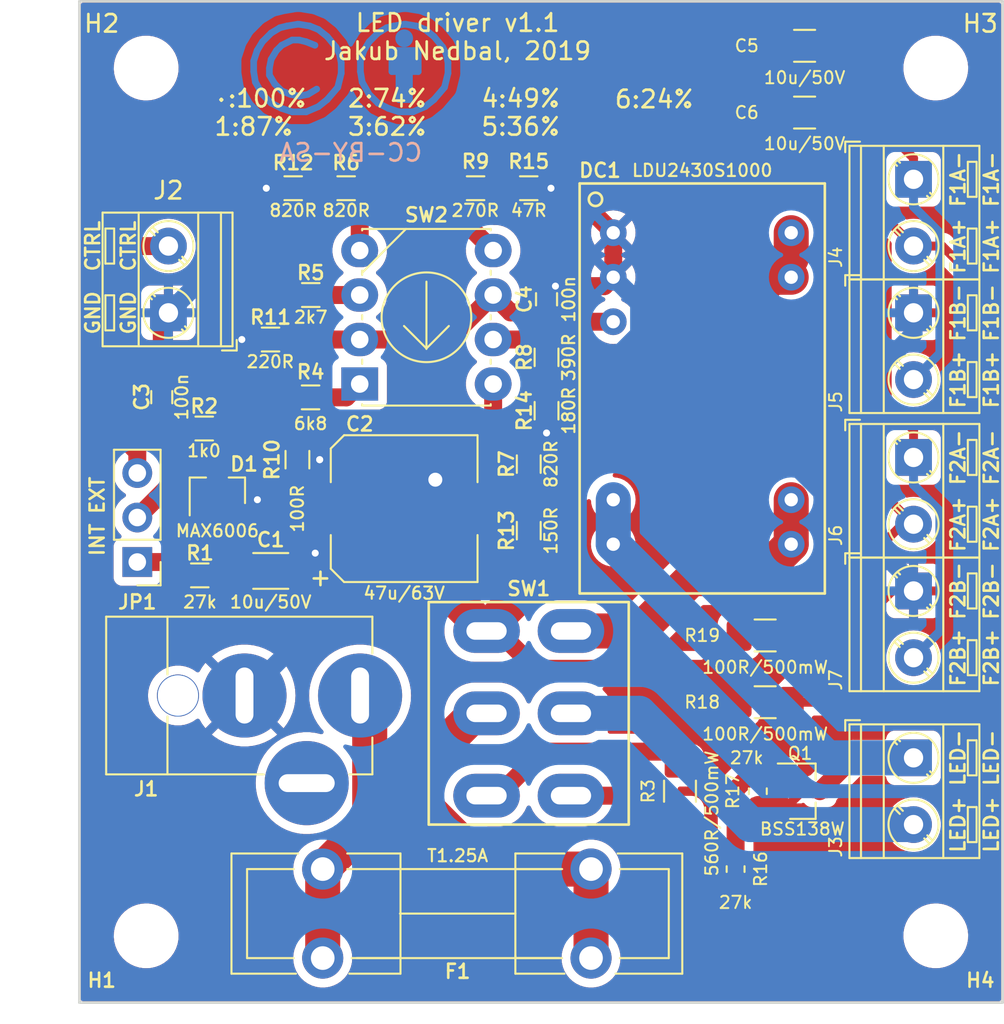
<source format=kicad_pcb>
(kicad_pcb (version 20221018) (generator pcbnew)
  (title_block (title "LED Power Regulator") (date "2019-09-13") (rev "1.1") (company "King's College London") (comment 1 "Jakub Nedbal") (comment 2 "CC-BY-SA"))
  (layers (0 "F.Cu" signal) (31 "B.Cu" signal) (34 "B.Paste" user) (35 "F.Paste" user) (36 "B.SilkS" user "B.Silkscreen") (37 "F.SilkS" user "F.Silkscreen") (38 "B.Mask" user) (39 "F.Mask" user) (44 "Edge.Cuts" user))
  (net 0 "")
  (net 1 "GND")
  (net 2 "/RefVolt")
  (net 3 "/CtrlVolt")
  (net 4 "Net-(R12-Pad2)")
  (net 5 "Net-(R13-Pad2)")
  (net 6 "Net-(R14-Pad2)")
  (net 7 "Net-(R15-Pad2)")
  (net 8 "/DriverOut")
  (net 9 "/ExtCtrl")
  (net 10 "/Vref")
  (net 11 "/TrickleOut")
  (net 12 "/1.09V")
  (net 13 "/0.93V")
  (net 14 "/0.78V")
  (net 15 "/0.62V")
  (net 16 "/0.46V")
  (net 17 "/0.30V")
  (net 18 "Net-(F1-Pad1)")
  (net 19 "Net-(J1-Pad3)")
  (net 20 "+VDC")
  (net 21 "/LEDout-")
  (net 22 "/+30V")
  (net 23 "/LEDout+")
  (net 24 "Net-(C5-Pad2)")
  (net 25 "Net-(C5-Pad1)")
  (net 26 "Net-(C6-Pad2)")
  (net 27 "Net-(C6-Pad1)")
  (net 28 "Net-(Q1-Pad1)")
  (net 29 "/+30V_TrickleSupply")
  (net 30 "Net-(R10-Pad2)")
  (net 31 "Net-(R11-Pad2)")
  (footprint "Capacitors_SMD:C_1206" (layer "F.Cu") (at 129.032 70.612)
    (fp_text reference "C1")
    (fp_text value "10u/50V")
  )
  (footprint "Capacitors_SMD:CP_Elec_8x10.5" (layer "F.Cu") (at 136.65 67.056)
    (fp_text reference "C2")
    (fp_text value "47u/63V")
  )
  (footprint "Capacitors_SMD:C_0603" (layer "F.Cu") (at 144.78 55.106 90)
    (fp_text reference "C4")
    (fp_text value "100n")
  )
  (footprint "Resistors_SMD:R_0603" (layer "F.Cu") (at 125.234 62.484 180)
    (fp_text reference "R2")
    (fp_text value "1k0")
  )
  (footprint "Resistors_SMD:R_0603" (layer "F.Cu") (at 131.306 60.706)
    (fp_text reference "R4")
    (fp_text value "6k8")
  )
  (footprint "Resistors_SMD:R_0603" (layer "F.Cu") (at 133.338 48.768)
    (fp_text reference "R6")
    (fp_text value "820R")
  )
  (footprint "Resistors_SMD:R_0603" (layer "F.Cu") (at 143.764 64.516 90)
    (fp_text reference "R7")
    (fp_text value "820R")
  )
  (footprint "Resistors_SMD:R_0603" (layer "F.Cu") (at 130.556 64.262 90)
    (fp_text reference "R10")
    (fp_text value "100R")
  )
  (footprint "Resistors_SMD:R_0603" (layer "F.Cu") (at 129.02 57.404)
    (fp_text reference "R11")
    (fp_text value "220R")
  )
  (footprint "Resistors_SMD:R_0603" (layer "F.Cu") (at 130.314 48.768)
    (fp_text reference "R12")
    (fp_text value "820R")
  )
  (footprint "Resistors_SMD:R_0603" (layer "F.Cu") (at 144.78 61.468 90)
    (fp_text reference "R14")
    (fp_text value "180R")
  )
  (footprint "Resistors_SMD:R_0603" (layer "F.Cu") (at 143.764 48.768 180)
    (fp_text reference "R15")
    (fp_text value "47R")
  )
  (footprint "Pin_Headers:Pin_Header_Straight_1x03_Pitch2.54mm" (layer "F.Cu") (at 121.412 70.104 180)
    (fp_text reference "JP1")
    (fp_text value "Jumper_3_Bridged12")
  )
  (footprint "jakub:switchDPDT" (layer "F.Cu") (at 143.764 78.74)
    (fp_text reference "SW1")
    (fp_text value "DPDT Switch")
  )
  (footprint "jakub:Nidec_Copal_SS-10-16" (layer "F.Cu") (at 134.112 52.324)
    (fp_text reference "SW2")
    (fp_text value "6pos rotary")
  )
  (footprint "Resistors_SMD:R_0603" (layer "F.Cu") (at 124.98 70.866 180)
    (fp_text reference "R1")
    (fp_text value "27k")
  )
  (footprint "Resistors_SMD:R_0603" (layer "F.Cu") (at 131.318 54.864)
    (fp_text reference "R5")
    (fp_text value "2k7")
  )
  (footprint "Resistors_SMD:R_0603" (layer "F.Cu") (at 144.78 58.42 90)
    (fp_text reference "R8")
    (fp_text value "390R")
  )
  (footprint "Resistors_SMD:R_0603" (layer "F.Cu") (at 140.728 48.768 180)
    (fp_text reference "R9")
    (fp_text value "270R")
  )
  (footprint "Resistors_SMD:R_0603" (layer "F.Cu") (at 143.764 68.314 90)
    (fp_text reference "R13")
    (fp_text value "150R")
  )
  (footprint "Fuse_Holders_and_Fuses:Fuseholder5x20_horiz_open_lateral_Type-II" (layer "F.Cu") (at 147.32 92.71 180)
    (fp_text reference "F1")
    (fp_text value "T1.25A")
  )
  (footprint "Mounting_Holes:MountingHole_3.2mm_M3" (layer "F.Cu") (at 121.92 91.44)
    (fp_text reference "H1")
    (fp_text value "⌀3.2mm")
  )
  (footprint "Mounting_Holes:MountingHole_3.2mm_M3" (layer "F.Cu") (at 167.005 41.91)
    (fp_text reference "H3")
    (fp_text value "⌀3.2mm")
  )
  (footprint "jakub:2.1mmBarrelJack" (layer "F.Cu") (at 119.634 77.724)
    (fp_text reference "J1")
    (fp_text value "2.1mm DC jack")
  )
  (footprint "TO_SOT_Packages_SMD:SOT-23" (layer "F.Cu") (at 125.984 66.04 90)
    (fp_text reference "D1")
    (fp_text value "MAX6006")
  )
  (footprint "jakub:XPPOWER_LDU24" (layer "F.Cu") (at 148.59 51.308 -90)
    (fp_text reference "DC1")
    (fp_text value "LDU2430S1000")
  )
  (footprint "Capacitors_SMD:C_0603" (layer "F.Cu") (at 122.809 60.694 90)
    (fp_text reference "C3")
    (fp_text value "100n")
  )
  (footprint "Mounting_Holes:MountingHole_3.2mm_M3" (layer "F.Cu") (at 121.92 41.91)
    (fp_text reference "H2")
    (fp_text value "⌀3.2mm")
  )
  (footprint "TerminalBlock_MetzConnect:TerminalBlock_MetzConnect_Type086_RT03402HBLC_1x02_P3.81mm_Horizontal" (layer "F.Cu") (at 123.19 55.88 90)
    (fp_text reference "J2")
    (fp_text value "2way Screw Terminal")
  )
  (footprint "TerminalBlock_MetzConnect:TerminalBlock_MetzConnect_Type086_RT03402HBLC_1x02_P3.81mm_Horizontal" (layer "F.Cu") (at 165.735 48.26 -90)
    (fp_text reference "J4")
    (fp_text value "2way Screw Terminal")
  )
  (footprint "TerminalBlock_MetzConnect:TerminalBlock_MetzConnect_Type086_RT03402HBLC_1x02_P3.81mm_Horizontal" (layer "F.Cu") (at 165.735 64.135 -90)
    (fp_text reference "J6")
    (fp_text value "2way Screw Terminal")
  )
  (footprint "TerminalBlock_MetzConnect:TerminalBlock_MetzConnect_Type086_RT03402HBLC_1x02_P3.81mm_Horizontal" (layer "F.Cu") (at 165.735 71.755 -90)
    (fp_text reference "J7")
    (fp_text value "2way Screw Terminal")
  )
  (footprint "Resistor_SMD:R_1206_3216Metric_Pad1.42x1.75mm_HandSolder" (layer "F.Cu") (at 157.2625 78.105)
    (fp_text reference "R18")
    (fp_text value "100R/500mW")
  )
  (footprint "Resistor_SMD:R_1206_3216Metric_Pad1.42x1.75mm_HandSolder" (layer "F.Cu") (at 157.2625 74.295)
    (fp_text reference "R19")
    (fp_text value "100R/500mW")
  )
  (footprint "Resistor_SMD:R_1206_3216Metric_Pad1.42x1.75mm_HandSolder" (layer "F.Cu") (at 152.4 83.185 90)
    (fp_text reference "R3")
    (fp_text value "560R/500mW")
  )
  (footprint "TerminalBlock_MetzConnect:TerminalBlock_MetzConnect_Type086_RT03402HBLC_1x02_P3.81mm_Horizontal" (layer "F.Cu") (at 165.735 81.28 -90)
    (fp_text reference "J3")
    (fp_text value "2way Screw Terminal")
  )
  (footprint "TerminalBlock_MetzConnect:TerminalBlock_MetzConnect_Type086_RT03402HBLC_1x02_P3.81mm_Horizontal" (layer "F.Cu") (at 165.735 55.88 -90)
    (fp_text reference "J5")
    (fp_text value "2way Screw Terminal")
  )
  (footprint "Capacitor_SMD:C_1206_3216Metric" (layer "F.Cu") (at 159.515 40.64)
    (fp_text reference "C5")
    (fp_text value "10u/50V")
  )
  (footprint "Resistor_SMD:R_0603_1608Metric" (layer "F.Cu") (at 155.575 87.63 -90)
    (fp_text reference "R16")
    (fp_text value "27k")
  )
  (footprint "Mounting_Holes:MountingHole_3.2mm_M3" (layer "F.Cu") (at 167.005 91.44)
    (fp_text reference "H4")
    (fp_text value "⌀3.2mm")
  )
  (footprint "Resistor_SMD:R_0603_1608Metric" (layer "F.Cu") (at 156.845 83.185 90)
    (fp_text reference "R17")
    (fp_text value "27k")
  )
  (footprint "Package_TO_SOT_SMD:SOT-23" (layer "F.Cu") (at 159.385 83.185)
    (fp_text reference "Q1")
    (fp_text value "BSS138W")
  )
  (footprint "Capacitor_SMD:C_1206_3216Metric" (layer "F.Cu") (at 159.515 44.45)
    (fp_text reference "C6")
    (fp_text value "10u/50V")
  )
  (footprint "Symbol:Symbol_CC-ShareAlike_CopperTop_Small" (layer "B.Cu") (at 130.556 41.91 180)
    (fp_text reference "REF**" hide)
    (fp_text value "Symbol_CC-ShareAlike_CopperTop_Small" hide)
  )
  (footprint "Symbol:Symbol_CC-Attribution_CopperTop_Small" (layer "B.Cu") (at 136.652 41.91 180)
    (fp_text reference "REF**" hide)
    (fp_text value "Symbol_CC-Attribution_CopperTop_Small" hide)
  )
  (gr_line (start 170.815 95.25) (end 170.815 38.1) (stroke (width 0.15)) (layer "Edge.Cuts"))
  (gr_line (start 118.11 95.25) (end 170.815 95.25) (stroke (width 0.15)) (layer "Edge.Cuts"))
  (gr_line (start 170.815 38.1) (end 118.11 38.1) (stroke (width 0.15)) (layer "Edge.Cuts"))
  (gr_line (start 118.11 38.1) (end 118.11 95.25) (stroke (width 0.15)) (layer "Edge.Cuts"))
  (gr_text "CC-BY-SA" (at 133.604 46.736) (layer "B.SilkS") (effects (font (size 1 1)) (justify mirror)))
  (gr_text "LED+" (at 168.275 85.09 90) (layer "F.SilkS") (effects (font (size 0.8 0.8))))
  (gr_text "CTRL" (at 120.904 52.07 90) (layer "F.SilkS") (effects (font (size 0.8 0.8))))
  (gr_text "EXT" (at 119.126 66.294 90) (layer "F.SilkS") (effects (font (size 0.8 0.8))))
  (gr_text "6:24%" (at 148.59 43.688) (layer "F.SilkS") (effects (font (size 1 1)) (justify left)))
  (gr_text "GND" (at 118.872 55.88 90) (layer "F.SilkS") (effects (font (size 0.8 0.8))))
  (gr_text "CTRL" (at 118.872 52.07 90) (layer "F.SilkS") (effects (font (size 0.8 0.8))))
  (gr_text "LED-" (at 170.18 81.28 90) (layer "F.SilkS") (effects (font (size 0.8 0.8))))
  (gr_text "LED+" (at 170.18 85.09 90) (layer "F.SilkS") (effects (font (size 0.8 0.8))))
  (gr_text "LED driver v1.1\nJakub Nedbal, 2019" (at 139.7 40.132) (layer "F.SilkS") (effects (font (size 1 1))))
  (gr_text "F2B+" (at 168.275 75.565 90) (layer "F.SilkS") (effects (font (size 0.8 0.8))))
  (gr_text "F2B-" (at 168.275 71.755 90) (layer "F.SilkS") (effects (font (size 0.8 0.8))))
  (gr_text "F2B+" (at 170.18 75.565 90) (layer "F.SilkS") (effects (font (size 0.8 0.8))))
  (gr_text "F2B-" (at 170.18 71.755 90) (layer "F.SilkS") (effects (font (size 0.8 0.8))))
  (gr_text "F2A-" (at 168.275 64.135 90) (layer "F.SilkS") (effects (font (size 0.8 0.8))))
  (gr_text "F2A+" (at 168.275 67.945 90) (layer "F.SilkS") (effects (font (size 0.8 0.8))))
  (gr_text "F2A-" (at 170.18 64.135 90) (layer "F.SilkS") (effects (font (size 0.8 0.8))))
  (gr_text "F2A+" (at 170.18 67.945 90) (layer "F.SilkS") (effects (font (size 0.8 0.8))))
  (gr_text "F1B+" (at 168.275 59.69 90) (layer "F.SilkS") (effects (font (size 0.8 0.8))))
  (gr_text "F1A+" (at 168.275 52.07 90) (layer "F.SilkS") (effects (font (size 0.8 0.8))))
  (gr_text "F1B+" (at 170.18 59.69 90) (layer "F.SilkS") (effects (font (size 0.8 0.8))))
  (gr_text "F1A+" (at 170.18 52.07 90) (layer "F.SilkS") (effects (font (size 0.8 0.8))))
  (gr_text "F1A-" (at 168.275 48.26 90) (layer "F.SilkS") (effects (font (size 0.8 0.8))))
  (gr_text "F1B-" (at 168.275 55.88 90) (layer "F.SilkS") (effects (font (size 0.8 0.8))))
  (gr_text "F1A-" (at 170.18 48.26 90) (layer "F.SilkS") (effects (font (size 0.8 0.8))))
  (gr_text "F1B-" (at 170.18 55.88 90) (layer "F.SilkS") (effects (font (size 0.8 0.8))))
  (gr_text "GND" (at 120.904 55.88 90) (layer "F.SilkS") (effects (font (size 0.8 0.8))))
  (gr_text "INT" (at 119.126 68.834 90) (layer "F.SilkS") (effects (font (size 0.8 0.8))))
  (gr_text "·:100%\n1:87%" (at 125.73 44.45) (layer "F.SilkS") (effects (font (size 1 1)) (justify left)))
  (gr_text "LED-" (at 168.275 81.28 90) (layer "F.SilkS") (effects (font (size 0.8 0.8))))
  (gr_text "4:49%\n5:36%" (at 140.97 44.45) (layer "F.SilkS") (effects (font (size 1 1)) (justify left)))
  (gr_text "2:74%\n3:62%" (at 133.35 44.45) (layer "F.SilkS") (effects (font (size 1 1)) (justify left)))
  (segment (start 159.385 81.567798) (end 157.48 79.662798) (width 0.508) (layer "F.Cu") (net 1))
  (segment (start 128.27 57.404) (end 127.381 57.404) (width 1.024) (layer "F.Cu") (net 1))
  (segment (start 141.708 69.064) (end 143.764 69.064) (width 1.024) (layer "F.Cu") (net 1))
  (segment (start 144.514 48.768) (end 145.034 48.768) (width 1.024) (layer "F.Cu") (net 1))
  (segment (start 157.48 77.291878) (end 159.147868 75.62401) (width 0.508) (layer "F.Cu") (net 1))
  (segment (start 148.59 51.308) (end 148.59 53.848) (width 1.024) (layer "F.Cu") (net 1))
  (segment (start 158.435 84.135) (end 159.385 83.185) (width 0.508) (layer "F.Cu") (net 1))
  (segment (start 130.762 70.406) (end 131.572 69.596) (width 1.024) (layer "F.Cu") (net 1))
  (segment (start 159.385 83.185) (end 159.385 81.567798) (width 0.508) (layer "F.Cu") (net 1))
  (segment (start 158.385 84.135) (end 158.435 84.135) (width 0.508) (layer "F.Cu") (net 1))
  (segment (start 145.288 54.356) (end 148.082 54.356) (width 1.024) (layer "F.Cu") (net 1))
  (segment (start 144.78 54.356) (end 145.288 54.356) (width 1.024) (layer "F.Cu") (net 1))
  (segment (start 148.082 54.356) (end 148.59 53.848) (width 1.024) (layer "F.Cu") (net 1))
  (segment (start 145.034 48.768) (end 146.05 48.768) (width 1.024) (layer "F.Cu") (net 1))
  (segment (start 127.778 67.04) (end 128.27 66.548) (width 1.024) (layer "F.Cu") (net 1))
  (segment (start 146.05 48.768) (end 148.59 51.308) (width 1.024) (layer "F.Cu") (net 1))
  (segment (start 122.809 59.944) (end 122.809 56.261) (width 1.024) (layer "F.Cu") (net 1))
  (segment (start 164.527 71.755) (end 165.735 71.755) (width 0.508) (layer "F.Cu") (net 1))
  (segment (start 122.809 56.261) (end 123.19 55.88) (width 1.024) (layer "F.Cu") (net 1))
  (segment (start 141.097 68.453) (end 141.708 69.064) (width 1.024) (layer "F.Cu") (net 1))
  (segment (start 138.43 65.405) (end 138.43 65.786) (width 1.024) (layer "F.Cu") (net 1))
  (segment (start 139.7 67.056) (end 141.097 68.453) (width 1.024) (layer "F.Cu") (net 1))
  (segment (start 158.2225 83.9725) (end 158.385 84.135) (width 1.024) (layer "F.Cu") (net 1))
  (segment (start 156.845 83.9725) (end 158.2225 83.9725) (width 1.024) (layer "F.Cu") (net 1))
  (segment (start 138.43 65.786) (end 139.7 67.056) (width 1.024) (layer "F.Cu") (net 1))
  (segment (start 144.78 62.218) (end 144.78 62.738) (width 1.024) (layer "F.Cu") (net 1))
  (segment (start 129.564 48.768) (end 128.778 48.768) (width 1.024) (layer "F.Cu") (net 1))
  (segment (start 130.556 65.012) (end 131.076 65.012) (width 1.024) (layer "F.Cu") (net 1))
  (segment (start 126.934 67.04) (end 127.778 67.04) (width 1.024) (layer "F.Cu") (net 1))
  (segment (start 131.076 65.012) (end 131.826 64.262) (width 1.024) (layer "F.Cu") (net 1))
  (segment (start 160.65799 75.62401) (end 164.527 71.755) (width 0.508) (layer "F.Cu") (net 1))
  (segment (start 157.48 79.662798) (end 157.48 77.291878) (width 0.508) (layer "F.Cu") (net 1))
  (segment (start 159.147868 75.62401) (end 160.65799 75.62401) (width 0.508) (layer "F.Cu") (net 1))
  (via (at 145.288 54.356) (size 0.8) (drill 0.4) (layers "F.Cu" "B.Cu") (net 1))
  (via (at 138.43 65.405) (size 1.2) (drill 0.8) (layers "F.Cu" "B.Cu") (net 1))
  (via (at 131.826 64.262) (size 0.8) (drill 0.4) (layers "F.Cu" "B.Cu") (net 1))
  (via (at 127.381 57.404) (size 0.8) (drill 0.4) (layers "F.Cu" "B.Cu") (net 1))
  (via (at 131.572 69.596) (size 0.8) (drill 0.4) (layers "F.Cu" "B.Cu") (net 1))
  (via (at 128.778 48.768) (size 0.8) (drill 0.4) (layers "F.Cu" "B.Cu") (net 1))
  (via (at 128.27 66.548) (size 0.8) (drill 0.4) (layers "F.Cu" "B.Cu") (net 1))
  (via (at 144.78 62.738) (size 0.8) (drill 0.4) (layers "F.Cu" "B.Cu") (net 1))
  (via (at 131.826 64.262) (size 0.8) (drill 0.4) (layers "F.Cu" "B.Cu") (net 1))
  (via (at 145.034 48.768) (size 0.8) (drill 0.4) (layers "F.Cu" "B.Cu") (net 1))
  (segment (start 131.826 64.262) (end 136.652 64.262) (width 1.024) (layer "B.Cu") (net 1))
  (segment (start 128.778 50.292) (end 128.778 48.768) (width 1.024) (layer "B.Cu") (net 1))
  (segment (start 150.064001 55.322001) (end 149.351999 54.609999) (width 1.024) (layer "B.Cu") (net 1))
  (segment (start 165.735 71.351478) (end 158.645522 64.262) (width 1.024) (layer "B.Cu") (net 1))
  (segment (start 127.381 60.325) (end 131.572 64.516) (width 1.024) (layer "B.Cu") (net 1))
  (segment (start 146.304 64.262) (end 146.304 60.855522) (width 1.024) (layer "B.Cu") (net 1))
  (segment (start 165.735 71.755) (end 165.735 71.351478) (width 1.024) (layer "B.Cu") (net 1))
  (segment (start 136.652 64.262) (end 137.287 64.262) (width 1.024) (layer "B.Cu") (net 1))
  (segment (start 158.645522 64.262) (end 146.304 64.262) (width 1.024) (layer "B.Cu") (net 1))
  (segment (start 165.735 55.88) (end 165.735 57.082238) (width 1.024) (layer "B.Cu") (net 1))
  (segment (start 149.351999 54.609999) (end 148.59 53.848) (width 1.024) (layer "B.Cu") (net 1))
  (segment (start 127.381 57.404) (end 127.381 51.816) (width 1.024) (layer "B.Cu") (net 1))
  (segment (start 128.27 66.548) (end 129.54 66.548) (width 1.024) (layer "B.Cu") (net 1))
  (segment (start 144.78 63.754) (end 145.288 64.262) (width 1.024) (layer "B.Cu") (net 1))
  (segment (start 136.652 64.262) (end 145.288 64.262) (width 1.024) (layer "B.Cu") (net 1))
  (segment (start 127.381 57.404) (end 127.381 60.325) (width 1.024) (layer "B.Cu") (net 1))
  (segment (start 150.064001 57.095521) (end 150.064001 55.322001) (width 1.024) (layer "B.Cu") (net 1))
  (segment (start 165.735 57.082238) (end 158.645522 64.171716) (width 1.024) (layer "B.Cu") (net 1))
  (segment (start 127.3175 51.7525) (end 128.778 50.292) (width 1.024) (layer "B.Cu") (net 1))
  (segment (start 123.19 55.88) (end 127.3175 51.7525) (width 1.024) (layer "B.Cu") (net 1))
  (segment (start 127.381 51.816) (end 127.3175 51.7525) (width 1.024) (layer "B.Cu") (net 1))
  (segment (start 131.572 64.516) (end 131.826 64.262) (width 1.024) (layer "B.Cu") (net 1))
  (segment (start 129.54 66.548) (end 131.826 64.262) (width 1.024) (layer "B.Cu") (net 1))
  (segment (start 146.304 60.855522) (end 150.064001 57.095521) (width 1.024) (layer "B.Cu") (net 1))
  (segment (start 158.645522 64.171716) (end 158.645522 64.262) (width 1.024) (layer "B.Cu") (net 1))
  (segment (start 131.572 69.596) (end 131.572 73.686) (width 1.024) (layer "B.Cu") (net 1))
  (segment (start 131.572 73.686) (end 127.534 77.724) (width 1.024) (layer "B.Cu") (net 1))
  (segment (start 145.288 64.262) (end 146.304 64.262) (width 1.024) (layer "B.Cu") (net 1))
  (segment (start 144.78 62.738) (end 144.78 63.754) (width 1.024) (layer "B.Cu") (net 1))
  (segment (start 131.572 69.596) (end 131.572 64.516) (width 1.024) (layer "B.Cu") (net 1))
  (segment (start 137.287 64.262) (end 138.43 65.405) (width 1.024) (layer "B.Cu") (net 1))
  (segment (start 124.484 64.492) (end 124.484 62.484) (width 1.024) (layer "F.Cu") (net 2))
  (segment (start 121.412 67.564) (end 124.484 64.492) (width 1.024) (layer "F.Cu") (net 2))
  (segment (start 123.444 61.444) (end 124.484 62.484) (width 1.024) (layer "F.Cu") (net 2))
  (segment (start 122.809 61.444) (end 123.444 61.444) (width 1.024) (layer "F.Cu") (net 2))
  (segment (start 125.984 62.484) (end 125.984 62.284) (width 1.024) (layer "F.Cu") (net 3))
  (segment (start 139.192 57.404) (end 141.732 54.864) (width 1.024) (layer "F.Cu") (net 3))
  (segment (start 134.112 57.404) (end 139.192 57.404) (width 1.024) (layer "F.Cu") (net 3))
  (segment (start 125.984 62.284) (end 129.101999 59.166001) (width 1.024) (layer "F.Cu") (net 3))
  (segment (start 142.724 55.856) (end 141.732 54.864) (width 1.024) (layer "F.Cu") (net 3))
  (segment (start 132.038 57.404) (end 134.112 57.404) (width 1.024) (layer "F.Cu") (net 3))
  (segment (start 130.275999 59.166001) (end 132.038 57.404) (width 1.024) (layer "F.Cu") (net 3))
  (segment (start 129.101999 59.166001) (end 130.275999 59.166001) (width 1.024) (layer "F.Cu") (net 3))
  (segment (start 145.312 56.388) (end 144.78 55.856) (width 1.024) (layer "F.Cu") (net 3))
  (segment (start 148.59 56.388) (end 145.312 56.388) (width 1.024) (layer "F.Cu") (net 3))
  (segment (start 144.78 55.856) (end 142.724 55.856) (width 1.024) (layer "F.Cu") (net 3))
  (segment (start 132.588 48.768) (end 131.064 48.768) (width 1.024) (layer "F.Cu") (net 4))
  (segment (start 143.764 67.564) (end 143.764 65.266) (width 1.024) (layer "F.Cu") (net 5))
  (segment (start 144.78 59.17) (end 144.78 60.718) (width 1.024) (layer "F.Cu") (net 6))
  (segment (start 143.014 48.768) (end 141.478 48.768) (width 1.024) (layer "F.Cu") (net 7))
  (segment (start 158.75 66.548) (end 158.75 69.088) (width 2) (layer "F.Cu") (net 8))
  (segment (start 153.063999 71.050001) (end 150.074 74.04) (width 2) (layer "F.Cu") (net 8))
  (segment (start 150.074 74.04) (end 146.174 74.04) (width 2) (layer "F.Cu") (net 8))
  (segment (start 156.787999 71.050001) (end 153.063999 71.050001) (width 2) (layer "F.Cu") (net 8))
  (segment (start 158.75 69.088) (end 156.787999 71.050001) (width 2) (layer "F.Cu") (net 8))
  (segment (start 121.412 63.821919) (end 120.565999 62.975918) (width 1.024) (layer "F.Cu") (net 9))
  (segment (start 120.565999 62.975918) (end 120.565999 53.255999) (width 1.024) (layer "F.Cu") (net 9))
  (segment (start 121.466 52.07) (end 120.565999 52.970001) (width 1.024) (layer "F.Cu") (net 9))
  (segment (start 121.412 65.024) (end 121.412 63.821919) (width 1.024) (layer "F.Cu") (net 9))
  (segment (start 123.19 52.07) (end 121.466 52.07) (width 1.024) (layer "F.Cu") (net 9))
  (segment (start 120.565999 52.970001) (end 120.565999 53.255999) (width 1.024) (layer "F.Cu") (net 9))
  (segment (start 125.034 67.04) (end 125.034 68.514) (width 1.024) (layer "F.Cu") (net 10))
  (segment (start 121.412 70.104) (end 123.468 70.104) (width 1.024) (layer "F.Cu") (net 10))
  (segment (start 123.468 70.104) (end 124.23 70.866) (width 1.024) (layer "F.Cu") (net 10))
  (segment (start 123.468 70.08) (end 123.468 70.104) (width 1.024) (layer "F.Cu") (net 10))
  (segment (start 125.034 68.514) (end 123.468 70.08) (width 1.024) (layer "F.Cu") (net 10))
  (segment (start 146.174 83.44) (end 151.1675 83.44) (width 1.024) (layer "F.Cu") (net 11))
  (segment (start 151.1675 83.44) (end 152.4 84.6725) (width 1.024) (layer "F.Cu") (net 11))
  (segment (start 152.4 85.8175) (end 155 88.4175) (width 1.024) (layer "F.Cu") (net 11))
  (segment (start 155 88.4175) (end 155.575 88.4175) (width 1.024) (layer "F.Cu") (net 11))
  (segment (start 152.4 84.6725) (end 152.4 85.8175) (width 1.024) (layer "F.Cu") (net 11))
  (segment (start 132.056 60.706) (end 133.35 60.706) (width 1.024) (layer "F.Cu") (net 12))
  (segment (start 133.35 60.706) (end 134.112 59.944) (width 1.024) (layer "F.Cu") (net 12))
  (segment (start 132.068 54.864) (end 134.112 54.864) (width 1.024) (layer "F.Cu") (net 13))
  (segment (start 134.112 48.792) (end 134.088 48.768) (width 1.024) (layer "F.Cu") (net 14))
  (segment (start 134.112 52.324) (end 134.112 48.792) (width 1.024) (layer "F.Cu") (net 14))
  (segment (start 141.732 59.944) (end 141.732 61.734) (width 1.024) (layer "F.Cu") (net 15))
  (segment (start 141.732 61.734) (end 143.764 63.766) (width 1.024) (layer "F.Cu") (net 15))
  (segment (start 141.732 57.404) (end 144.514 57.404) (width 1.024) (layer "F.Cu") (net 16))
  (segment (start 144.514 57.404) (end 144.78 57.67) (width 1.024) (layer "F.Cu") (net 16))
  (segment (start 139.978 50.57) (end 141.732 52.324) (width 1.024) (layer "F.Cu") (net 17))
  (segment (start 139.978 48.768) (end 139.978 50.57) (width 1.024) (layer "F.Cu") (net 17))
  (segment (start 141.354 78.74) (end 140.704 78.74) (width 2) (layer "F.Cu") (net 18))
  (segment (start 140.704 78.74) (end 137.454 81.99) (width 2) (layer "F.Cu") (net 18))
  (segment (start 145.6583 87.63) (end 147.32 87.63) (width 2) (layer "F.Cu") (net 18))
  (segment (start 137.454 81.99) (end 137.454 83.654837) (width 2) (layer "F.Cu") (net 18))
  (segment (start 137.454 83.654837) (end 141.429163 87.63) (width 2) (layer "F.Cu") (net 18))
  (segment (start 141.429163 87.63) (end 145.6583 87.63) (width 2) (layer "F.Cu") (net 18))
  (segment (start 141.354 78.74) (end 140.97 78.74) (width 2) (layer "F.Cu") (net 18))
  (segment (start 147.32 92.71) (end 147.32 87.63) (width 2) (layer "F.Cu") (net 18))
  (segment (start 146.627999 64.892371) (end 157.67237 53.848) (width 2) (layer "F.Cu") (net 20))
  (segment (start 142.004 74.04) (end 144.164 76.2) (width 1.024) (layer "F.Cu") (net 20))
  (segment (start 133.6 67.056) (end 131.088 67.056) (width 2) (layer "F.Cu") (net 20))
  (segment (start 157.67237 53.848) (end 158.75 53.848) (width 2) (layer "F.Cu") (net 20))
  (segment (start 127.278 70.866) (end 127.532 70.612) (width 1.024) (layer "F.Cu") (net 20))
  (segment (start 133.6 67.056) (end 134.37 67.056) (width 2) (layer "F.Cu") (net 20))
  (segment (start 144.164 76.2) (end 153.87 76.2) (width 1.024) (layer "F.Cu") (net 20))
  (segment (start 158.75 52.77037) (end 157.67237 53.848) (width 2) (layer "F.Cu") (net 20))
  (segment (start 141.354 74.04) (end 142.004 74.04) (width 2) (layer "F.Cu") (net 20))
  (segment (start 134.37 67.056) (end 141.354 74.04) (width 2) (layer "F.Cu") (net 20))
  (segment (start 131.088 67.056) (end 127.532 70.612) (width 2) (layer "F.Cu") (net 20))
  (segment (start 158.75 51.308) (end 158.75 52.77037) (width 2) (layer "F.Cu") (net 20))
  (segment (start 125.73 70.866) (end 127.278 70.866) (width 1.024) (layer "F.Cu") (net 20))
  (segment (start 145.47601 69.773137) (end 145.47601 66.04436) (width 2) (layer "F.Cu") (net 20))
  (segment (start 141.354 74.04) (end 141.354 73.895147) (width 2) (layer "F.Cu") (net 20))
  (segment (start 153.87 76.2) (end 155.775 78.105) (width 1.024) (layer "F.Cu") (net 20))
  (segment (start 153.87 76.2) (end 155.775 74.295) (width 1.024) (layer "F.Cu") (net 20))
  (segment (start 141.354 73.895147) (end 145.47601 69.773137) (width 2) (layer "F.Cu") (net 20))
  (segment (start 145.47601 66.04436) (end 146.627999 64.892371) (width 2) (layer "F.Cu") (net 20))
  (segment (start 162.29 81.28) (end 160.385 83.185) (width 1.024) (layer "F.Cu") (net 21))
  (segment (start 165.735 81.28) (end 162.29 81.28) (width 1.024) (layer "F.Cu") (net 21))
  (segment (start 160.782 81.28) (end 148.59 69.088) (width 2) (layer "B.Cu") (net 21))
  (segment (start 165.735 81.28) (end 160.782 81.28) (width 2) (layer "B.Cu") (net 21))
  (segment (start 148.59 66.548) (end 148.59 69.088) (width 2) (layer "B.Cu") (net 21))
  (segment (start 134.684001 78.274001) (end 134.684001 84.945999) (width 2) (layer "F.Cu") (net 22))
  (segment (start 132 92.71) (end 132 87.63) (width 2) (layer "F.Cu") (net 22))
  (segment (start 134.684001 84.945999) (end 133.174999 86.455001) (width 2) (layer "F.Cu") (net 22))
  (segment (start 134.134 77.724) (end 134.684001 78.274001) (width 2) (layer "F.Cu") (net 22))
  (segment (start 133.174999 86.455001) (end 132 87.63) (width 2) (layer "F.Cu") (net 22))
  (segment (start 156.424 85.09) (end 150.074 78.74) (width 2) (layer "B.Cu") (net 23))
  (segment (start 146.174 78.74) (end 150.074 78.74) (width 2) (layer "B.Cu") (net 23))
  (segment (start 165.735 85.09) (end 156.424 85.09) (width 2) (layer "B.Cu") (net 23))
  (segment (start 163.195 44.45) (end 163.164 44.481) (width 0.508) (layer "F.Cu") (net 24))
  (segment (start 163.195 42.92) (end 163.195 44.45) (width 0.508) (layer "F.Cu") (net 24))
  (segment (start 160.915 40.64) (end 163.195 42.92) (width 0.508) (layer "F.Cu") (net 24))
  (segment (start 165.735 47.052) (end 163.164 44.481) (width 0.508) (layer "F.Cu") (net 24))
  (segment (start 165.735 48.26) (end 165.735 47.052) (width 0.508) (layer "F.Cu") (net 24))
  (segment (start 165.735 49.818) (end 167.239001 51.322001) (width 0.508) (layer "B.Cu") (net 24))
  (segment (start 167.239001 58.185999) (end 166.784999 58.640001) (width 0.508) (layer "B.Cu") (net 24))
  (segment (start 166.784999 58.640001) (end 165.735 59.69) (width 0.508) (layer "B.Cu") (net 24))
  (segment (start 167.239001 51.322001) (end 167.239001 58.185999) (width 0.508) (layer "B.Cu") (net 24))
  (segment (start 165.735 48.26) (end 165.735 49.818) (width 0.508) (layer "B.Cu") (net 24))
  (segment (start 165.735 52.07) (end 167.371276 52.07) (width 0.508) (layer "F.Cu") (net 25))
  (segment (start 165.735 78.105) (end 158.75 78.105) (width 0.508) (layer "F.Cu") (net 25))
  (segment (start 162.455991 48.790991) (end 164.685001 51.020001) (width 0.508) (layer "F.Cu") (net 25))
  (segment (start 164.685001 51.020001) (end 165.735 52.07) (width 0.508) (layer "F.Cu") (net 25))
  (segment (start 167.371276 52.07) (end 169.545 54.243724) (width 0.508) (layer "F.Cu") (net 25))
  (segment (start 169.545 74.295) (end 165.735 78.105) (width 0.508) (layer "F.Cu") (net 25))
  (segment (start 161.73899 43.12099) (end 162.455991 43.837991) (width 0.508) (layer "F.Cu") (net 25))
  (segment (start 169.545 54.243724) (end 169.545 74.295) (width 0.508) (layer "F.Cu") (net 25))
  (segment (start 160.59599 43.12099) (end 161.73899 43.12099) (width 0.508) (layer "F.Cu") (net 25))
  (segment (start 162.455991 43.837991) (end 162.455991 48.790991) (width 0.508) (layer "F.Cu") (net 25))
  (segment (start 158.115 40.64) (end 160.59599 43.12099) (width 0.508) (layer "F.Cu") (net 25))
  (segment (start 164.230999 51.962999) (end 164.230999 61.072999) (width 0.508) (layer "F.Cu") (net 26))
  (segment (start 164.230999 61.072999) (end 165.735 62.577) (width 0.508) (layer "F.Cu") (net 26))
  (segment (start 165.735 62.577) (end 165.735 64.135) (width 0.508) (layer "F.Cu") (net 26))
  (segment (start 160.915 44.45) (end 160.915 48.647) (width 0.508) (layer "F.Cu") (net 26))
  (segment (start 160.915 48.647) (end 164.230999 51.962999) (width 0.508) (layer "F.Cu") (net 26))
  (segment (start 166.784999 74.515001) (end 165.735 75.565) (width 0.508) (layer "B.Cu") (net 26))
  (segment (start 167.239001 74.060999) (end 166.784999 74.515001) (width 0.508) (layer "B.Cu") (net 26))
  (segment (start 167.239001 67.197001) (end 167.239001 74.060999) (width 0.508) (layer "B.Cu") (net 26))
  (segment (start 165.735 64.135) (end 165.735 65.693) (width 0.508) (layer "B.Cu") (net 26))
  (segment (start 165.735 65.693) (end 167.239001 67.197001) (width 0.508) (layer "B.Cu") (net 26))
  (segment (start 158.115 47.371) (end 162.814 52.07) (width 0.508) (layer "F.Cu") (net 27))
  (segment (start 158.75 74.295) (end 165.1 67.945) (width 0.508) (layer "F.Cu") (net 27))
  (segment (start 158.115 44.45) (end 158.115 47.371) (width 0.508) (layer "F.Cu") (net 27))
  (segment (start 162.814 65.024) (end 165.735 67.945) (width 0.508) (layer "F.Cu") (net 27))
  (segment (start 165.1 67.945) (end 165.735 67.945) (width 0.508) (layer "F.Cu") (net 27))
  (segment (start 162.814 52.07) (end 162.814 65.024) (width 0.508) (layer "F.Cu") (net 27))
  (segment (start 155.575 86.8425) (end 155.575 83.0925) (width 1.024) (layer "F.Cu") (net 28))
  (segment (start 156.27 82.3975) (end 156.845 82.3975) (width 1.024) (layer "F.Cu") (net 28))
  (segment (start 158.2225 82.3975) (end 158.385 82.235) (width 1.024) (layer "F.Cu") (net 28))
  (segment (start 155.575 83.0925) (end 156.27 82.3975) (width 1.024) (layer "F.Cu") (net 28))
  (segment (start 156.845 82.3975) (end 158.2225 82.3975) (width 1.024) (layer "F.Cu") (net 28))
  (segment (start 151.628653 80.926153) (end 144.517847 80.926153) (width 1.024) (layer "F.Cu") (net 29))
  (segment (start 144.517847 80.926153) (end 142.004 83.44) (width 1.024) (layer "F.Cu") (net 29))
  (segment (start 142.004 83.44) (end 141.354 83.44) (width 1.024) (layer "F.Cu") (net 29))
  (segment (start 152.4 81.6975) (end 151.628653 80.926153) (width 1.024) (layer "F.Cu") (net 29))
  (segment (start 130.556 60.706) (end 130.556 63.512) (width 1.024) (layer "F.Cu") (net 30))
  (segment (start 130.568 54.864) (end 130.568 56.606) (width 1.024) (layer "F.Cu") (net 31))
  (segment (start 130.568 56.606) (end 129.77 57.404) (width 1.024) (layer "F.Cu") (net 31))
  (zone (net 1) (net_name "GND") (layer "F.Cu") (connect_pads (clearance 0.508)) (min_thickness 0.254) (fill yes (thermal_gap 0.508) (thermal_bridge_width 0.508))
    (polygon (pts (xy 118.020949 38.1) (xy 170.758487 38.1) (xy 170.758487 95.25) (xy 118.020949 95.25)))
  )
  (zone (net 1) (net_name "GND") (layer "B.Cu") (connect_pads (clearance 0.508)) (min_thickness 0.254) (fill yes (thermal_gap 0.508) (thermal_bridge_width 0.508))
    (polygon (pts (xy 118.032792 95.25) (xy 170.737792 95.25) (xy 170.737792 38.1) (xy 118.032792 38.1)))
  )
)
</source>
